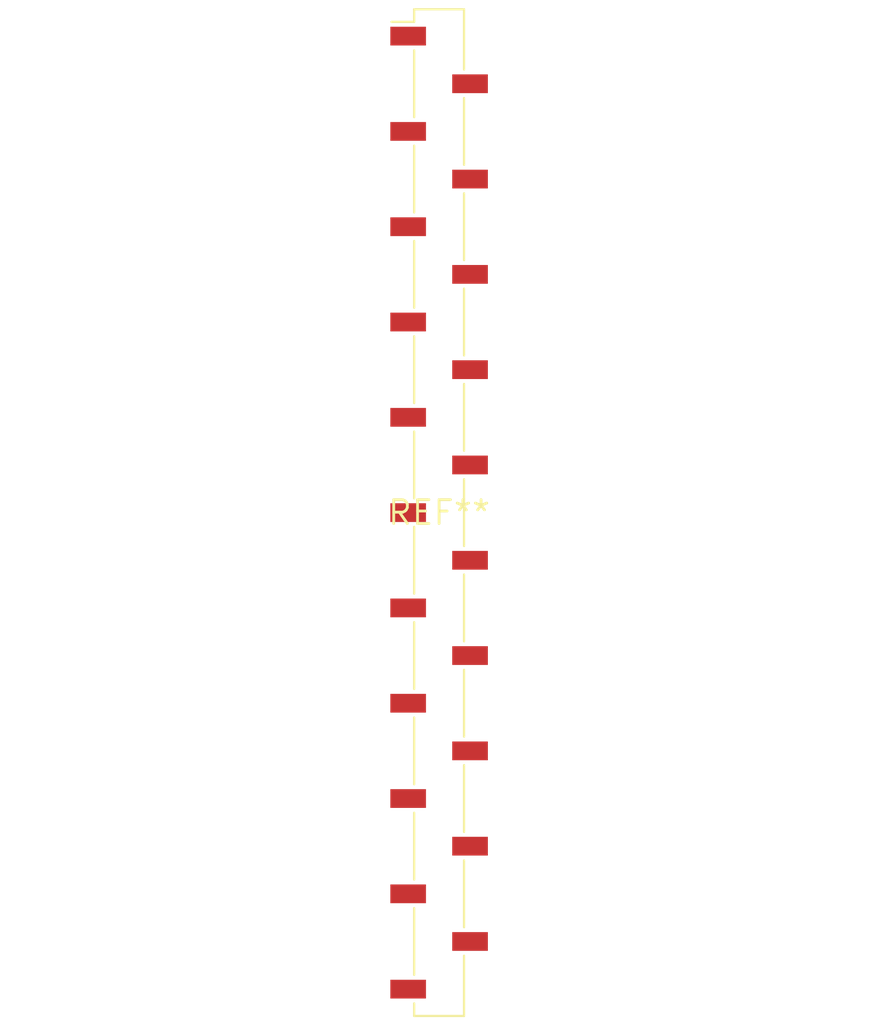
<source format=kicad_pcb>
(kicad_pcb (version 20240108) (generator pcbnew)
  (layers (0 "F.Cu" signal) (31 "B.Cu" signal) (34 "B.Paste" user) (35 "F.Paste" user) (36 "B.SilkS" user "B.Silkscreen") (37 "F.SilkS" user "F.Silkscreen") (38 "B.Mask" user) (39 "F.Mask" user) (44 "Edge.Cuts" user))
  (net 0 "")
  (footprint "PinSocket_1x21_P2.54mm_Vertical_SMD_Pin1Left" (layer "F.Cu") (at 0 0)
    (property "Reference" "REF**")
    (property "Value" "PinSocket_1x21_P2.54mm_Vertical_SMD_Pin1Left")
    (fp_line (start -2.54 -26.16) (end -1.33 -26.16) (layer "F.SilkS") (stroke (width 0.12)))
    (fp_line (start -1.33 -26.83) (end -1.33 -26.16) (layer "F.SilkS") (stroke (width 0.12)))
    (fp_line (start -1.33 -26.83) (end 1.33 -26.83) (layer "F.SilkS") (stroke (width 0.12)))
    (fp_line (start -1.33 -24.64) (end -1.33 -21.08) (layer "F.SilkS") (stroke (width 0.12)))
    (fp_line (start -1.33 -19.56) (end -1.33 -16) (layer "F.SilkS") (stroke (width 0.12)))
    (fp_line (start -1.33 -14.48) (end -1.33 -10.92) (layer "F.SilkS") (stroke (width 0.12)))
    (fp_line (start -1.33 -9.4) (end -1.33 -5.84) (layer "F.SilkS") (stroke (width 0.12)))
    (fp_line (start -1.33 -4.32) (end -1.33 -0.76) (layer "F.SilkS") (stroke (width 0.12)))
    (fp_line (start -1.33 0.76) (end -1.33 4.32) (layer "F.SilkS") (stroke (width 0.12)))
    (fp_line (start -1.33 5.84) (end -1.33 9.4) (layer "F.SilkS") (stroke (width 0.12)))
    (fp_line (start -1.33 10.92) (end -1.33 14.48) (layer "F.SilkS") (stroke (width 0.12)))
    (fp_line (start -1.33 16) (end -1.33 19.56) (layer "F.SilkS") (stroke (width 0.12)))
    (fp_line (start -1.33 21.08) (end -1.33 24.64) (layer "F.SilkS") (stroke (width 0.12)))
    (fp_line (start -1.33 26.16) (end -1.33 26.83) (layer "F.SilkS") (stroke (width 0.12)))
    (fp_line (start -1.33 26.83) (end 1.33 26.83) (layer "F.SilkS") (stroke (width 0.12)))
    (fp_line (start 1.33 -26.83) (end 1.33 -23.62) (layer "F.SilkS") (stroke (width 0.12)))
    (fp_line (start 1.33 -22.1) (end 1.33 -18.54) (layer "F.SilkS") (stroke (width 0.12)))
    (fp_line (start 1.33 -17.02) (end 1.33 -13.46) (layer "F.SilkS") (stroke (width 0.12)))
    (fp_line (start 1.33 -11.94) (end 1.33 -8.38) (layer "F.SilkS") (stroke (width 0.12)))
    (fp_line (start 1.33 -6.86) (end 1.33 -3.3) (layer "F.SilkS") (stroke (width 0.12)))
    (fp_line (start 1.33 -1.78) (end 1.33 1.78) (layer "F.SilkS") (stroke (width 0.12)))
    (fp_line (start 1.33 3.3) (end 1.33 6.86) (layer "F.SilkS") (stroke (width 0.12)))
    (fp_line (start 1.33 8.38) (end 1.33 11.94) (layer "F.SilkS") (stroke (width 0.12)))
    (fp_line (start 1.33 13.46) (end 1.33 17.02) (layer "F.SilkS") (stroke (width 0.12)))
    (fp_line (start 1.33 18.54) (end 1.33 22.1) (layer "F.SilkS") (stroke (width 0.12)))
    (fp_line (start 1.33 23.62) (end 1.33 26.83) (layer "F.SilkS") (stroke (width 0.12)))
    (pad "1" smd rect (at -1.65 -25.4) (size 1.9 1) (layers "F.Cu" "F.Paste" "F.Mask"))
    (pad "2" smd rect (at 1.65 -22.86) (size 1.9 1) (layers "F.Cu" "F.Paste" "F.Mask"))
    (pad "3" smd rect (at -1.65 -20.32) (size 1.9 1) (layers "F.Cu" "F.Paste" "F.Mask"))
    (pad "4" smd rect (at 1.65 -17.78) (size 1.9 1) (layers "F.Cu" "F.Paste" "F.Mask"))
    (pad "5" smd rect (at -1.65 -15.24) (size 1.9 1) (layers "F.Cu" "F.Paste" "F.Mask"))
    (pad "6" smd rect (at 1.65 -12.7) (size 1.9 1) (layers "F.Cu" "F.Paste" "F.Mask"))
    (pad "7" smd rect (at -1.65 -10.16) (size 1.9 1) (layers "F.Cu" "F.Paste" "F.Mask"))
    (pad "8" smd rect (at 1.65 -7.62) (size 1.9 1) (layers "F.Cu" "F.Paste" "F.Mask"))
    (pad "9" smd rect (at -1.65 -5.08) (size 1.9 1) (layers "F.Cu" "F.Paste" "F.Mask"))
    (pad "10" smd rect (at 1.65 -2.54) (size 1.9 1) (layers "F.Cu" "F.Paste" "F.Mask"))
    (pad "11" smd rect (at -1.65 0) (size 1.9 1) (layers "F.Cu" "F.Paste" "F.Mask"))
    (pad "12" smd rect (at 1.65 2.54) (size 1.9 1) (layers "F.Cu" "F.Paste" "F.Mask"))
    (pad "13" smd rect (at -1.65 5.08) (size 1.9 1) (layers "F.Cu" "F.Paste" "F.Mask"))
    (pad "14" smd rect (at 1.65 7.62) (size 1.9 1) (layers "F.Cu" "F.Paste" "F.Mask"))
    (pad "15" smd rect (at -1.65 10.16) (size 1.9 1) (layers "F.Cu" "F.Paste" "F.Mask"))
    (pad "16" smd rect (at 1.65 12.7) (size 1.9 1) (layers "F.Cu" "F.Paste" "F.Mask"))
    (pad "17" smd rect (at -1.65 15.24) (size 1.9 1) (layers "F.Cu" "F.Paste" "F.Mask"))
    (pad "18" smd rect (at 1.65 17.78) (size 1.9 1) (layers "F.Cu" "F.Paste" "F.Mask"))
    (pad "19" smd rect (at -1.65 20.32) (size 1.9 1) (layers "F.Cu" "F.Paste" "F.Mask"))
    (pad "20" smd rect (at 1.65 22.86) (size 1.9 1) (layers "F.Cu" "F.Paste" "F.Mask"))
    (pad "21" smd rect (at -1.65 25.4) (size 1.9 1) (layers "F.Cu" "F.Paste" "F.Mask"))
  )
)
</source>
